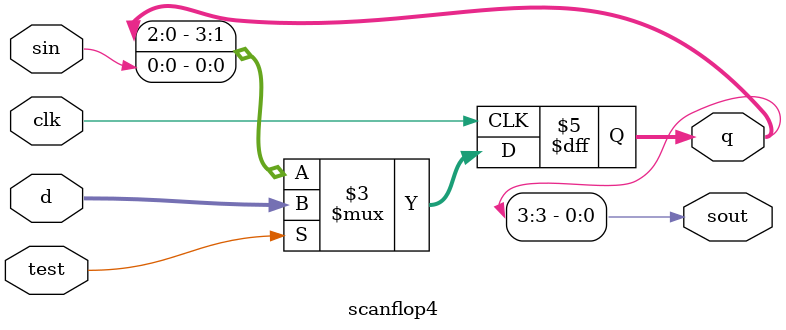
<source format=sv>
module scanflop4(input  logic       clk, test, sin,
                 input  logic [3:0] d, 
                 output logic [3:0] q, 
                 output logic       sout);
  always_ff @(posedge clk)
    if (test)
      q <= d;
    else
      q <= {q[2:0], sin};
  assign sout = q[3];
endmodule

</source>
